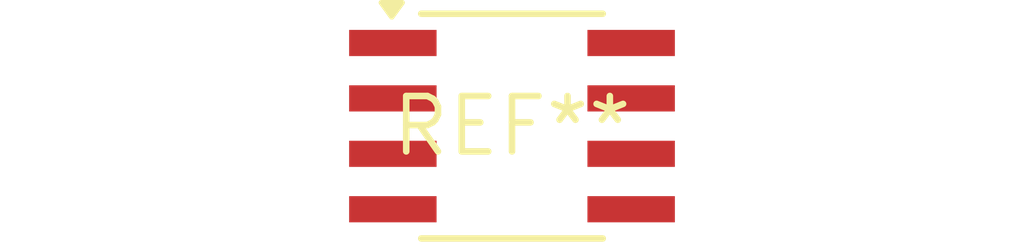
<source format=kicad_pcb>
(kicad_pcb (version 20240108) (generator pcbnew)
  (layers (0 "F.Cu" signal) (31 "B.Cu" signal) (34 "B.Paste" user) (35 "F.Paste" user) (36 "B.SilkS" user "B.Silkscreen") (37 "F.SilkS" user "F.Silkscreen") (38 "B.Mask" user) (39 "F.Mask" user) (44 "Edge.Cuts" user))
  (net 0 "")
  (footprint "PowerIntegrations_SO-8" (layer "F.Cu") (at 0 0)
    (property "Reference" "REF**")
    (property "Value" "PowerIntegrations_SO-8")
    (fp_line (start -2.075 -2.575) (end 2.075 -2.575) (layer "F.SilkS") (stroke (width 0.15)))
    (fp_line (start -2.075 2.575) (end 2.075 2.575) (layer "F.SilkS") (stroke (width 0.15)))
    (fp_poly (pts (xy -2.75 -2.5) (xy -2.51 -2.83) (xy -2.99 -2.83) (xy -2.75 -2.5)) (layer "F.SilkS") (stroke (width 0.12)) (fill solid))
    (pad "1" smd rect (at -2.725 -1.905) (size 2 0.6) (layers "F.Cu" "F.Paste" "F.Mask"))
    (pad "2" smd rect (at -2.725 -0.635) (size 2 0.6) (layers "F.Cu" "F.Paste" "F.Mask"))
    (pad "3" smd rect (at -2.725 0.635) (size 2 0.6) (layers "F.Cu" "F.Paste" "F.Mask"))
    (pad "4" smd rect (at -2.725 1.905) (size 2 0.6) (layers "F.Cu" "F.Paste" "F.Mask"))
    (pad "5" smd rect (at 2.725 1.905) (size 2 0.6) (layers "F.Cu" "F.Paste" "F.Mask"))
    (pad "6" smd rect (at 2.725 0.635) (size 2 0.6) (layers "F.Cu" "F.Paste" "F.Mask"))
    (pad "7" smd rect (at 2.725 -0.635) (size 2 0.6) (layers "F.Cu" "F.Paste" "F.Mask"))
    (pad "8" smd rect (at 2.725 -1.905) (size 2 0.6) (layers "F.Cu" "F.Paste" "F.Mask"))
  )
)
</source>
